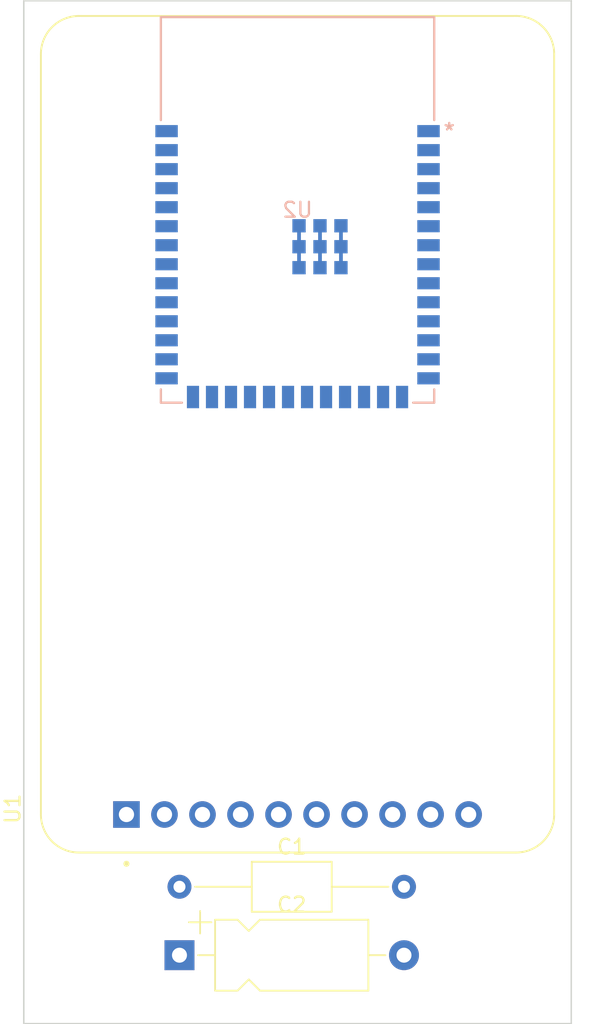
<source format=kicad_pcb>
(kicad_pcb (version 20221018) (generator pcbnew)
  (layers (0 "F.Cu" signal) (31 "B.Cu" signal) (34 "B.Paste" user) (35 "F.Paste" user) (36 "B.SilkS" user "B.Silkscreen") (37 "F.SilkS" user "F.Silkscreen") (38 "B.Mask" user) (39 "F.Mask" user) (44 "Edge.Cuts" user))
  (net 0 "")
  (net 1 "+3V3")
  (net 2 "GND")
  (net 3 "/TFT_MISO")
  (net 4 "/TFT_SCK")
  (net 5 "/TFT_MOSI")
  (net 6 "/TFT_CS")
  (net 7 "/SDC_CS")
  (net 8 "/TFT_D{slash}C")
  (net 9 "/TFT_RST")
  (footprint "Capacitor_THT:C_Axial_L5.1mm_D3.1mm_P15.00mm_Horizontal" (layer "F.Cu") (at 165.086 94.742)
    (fp_text reference "C1" (at 7.5 -2.67) (layer "F.SilkS"))
    (fp_text value "100nF")
    (fp_line (start 1.04 0) (end 4.83 0) (stroke (width 0.12)) (layer "F.SilkS"))
    (fp_line (start 4.83 -1.67) (end 4.83 1.67) (stroke (width 0.12)) (layer "F.SilkS"))
    (fp_line (start 4.83 1.67) (end 10.17 1.67) (stroke (width 0.12)) (layer "F.SilkS"))
    (fp_line (start 10.17 -1.67) (end 4.83 -1.67) (stroke (width 0.12)) (layer "F.SilkS"))
    (fp_line (start 10.17 1.67) (end 10.17 -1.67) (stroke (width 0.12)) (layer "F.SilkS"))
    (fp_line (start 13.96 0) (end 10.17 0) (stroke (width 0.12)) (layer "F.SilkS"))
    (pad "1" thru_hole circle (at 0 0) (size 1.6 1.6) (drill 0.8) (layers "*.Cu" "*.Mask") (net 1 "+3V3"))
    (pad "2" thru_hole oval (at 15 0) (size 1.6 1.6) (drill 0.8) (layers "*.Cu" "*.Mask") (net 2 "GND"))
  )
  (footprint "Capacitor_THT:CP_Axial_L10.0mm_D4.5mm_P15.00mm_Horizontal" (layer "F.Cu") (at 165.086 99.314)
    (fp_text reference "C2" (at 7.5 -3.37) (layer "F.SilkS"))
    (fp_text value "4.7uF")
    (fp_line (start 0.63 -2.2) (end 2.13 -2.2) (stroke (width 0.12)) (layer "F.SilkS"))
    (fp_line (start 1.24 0) (end 2.38 0) (stroke (width 0.12)) (layer "F.SilkS"))
    (fp_line (start 1.38 -2.95) (end 1.38 -1.45) (stroke (width 0.12)) (layer "F.SilkS"))
    (fp_line (start 2.38 -2.37) (end 2.38 2.37) (stroke (width 0.12)) (layer "F.SilkS"))
    (fp_line (start 2.38 -2.37) (end 3.88 -2.37) (stroke (width 0.12)) (layer "F.SilkS"))
    (fp_line (start 2.38 2.37) (end 3.88 2.37) (stroke (width 0.12)) (layer "F.SilkS"))
    (fp_line (start 3.88 -2.37) (end 4.63 -1.62) (stroke (width 0.12)) (layer "F.SilkS"))
    (fp_line (start 3.88 2.37) (end 4.63 1.62) (stroke (width 0.12)) (layer "F.SilkS"))
    (fp_line (start 4.63 -1.62) (end 5.38 -2.37) (stroke (width 0.12)) (layer "F.SilkS"))
    (fp_line (start 4.63 1.62) (end 5.38 2.37) (stroke (width 0.12)) (layer "F.SilkS"))
    (fp_line (start 5.38 -2.37) (end 12.62 -2.37) (stroke (width 0.12)) (layer "F.SilkS"))
    (fp_line (start 5.38 2.37) (end 12.62 2.37) (stroke (width 0.12)) (layer "F.SilkS"))
    (fp_line (start 12.62 -2.37) (end 12.62 2.37) (stroke (width 0.12)) (layer "F.SilkS"))
    (fp_line (start 13.76 0) (end 12.62 0) (stroke (width 0.12)) (layer "F.SilkS"))
    (pad "1" thru_hole rect (at 0 0) (size 2 2) (drill 1) (layers "*.Cu" "*.Mask") (net 1 "+3V3"))
    (pad "2" thru_hole oval (at 15 0) (size 2 2) (drill 1) (layers "*.Cu" "*.Mask") (net 2 "GND"))
  )
  (footprint "footprints:adafruit_st7735r" (layer "F.Cu") (at 172.974 64.516 90)
    (fp_text reference "U1" (at -25.015 -19.03 90) (layer "F.SilkS"))
    (fp_text value "Adafruit ST7735R")
    (fp_line (start -27.94 -14.605) (end -27.94 14.605) (stroke (width 0.127)) (layer "F.SilkS"))
    (fp_line (start -25.4 17.145) (end 25.4 17.145) (stroke (width 0.127)) (layer "F.SilkS"))
    (fp_line (start 25.4 -17.145) (end -25.4 -17.145) (stroke (width 0.127)) (layer "F.SilkS"))
    (fp_line (start 27.94 14.605) (end 27.94 -14.605) (stroke (width 0.127)) (layer "F.SilkS"))
    (fp_arc (start -27.94 -14.605) (mid -27.196051 -16.401051) (end -25.4 -17.145) (stroke (width 0.127)) (layer "F.SilkS"))
    (fp_arc (start -25.4 17.145) (mid -27.196051 16.401051) (end -27.94 14.605) (stroke (width 0.127)) (layer "F.SilkS"))
    (fp_arc (start 25.4 -17.145) (mid 27.196051 -16.401051) (end 27.94 -14.605) (stroke (width 0.127)) (layer "F.SilkS"))
    (fp_arc (start 27.94 14.605) (mid 27.196051 16.401051) (end 25.4 17.145) (stroke (width 0.127)) (layer "F.SilkS"))
    (fp_circle (center -28.69 -11.43) (end -28.59 -11.43) (stroke (width 0.2)) (fill none) (layer "F.SilkS"))
    (pad "" np_thru_hole circle (at -25.4 -14.605 90) (size 2.2 2.2) (drill 2.2) (layers "*.Cu" "*.Mask"))
    (pad "" np_thru_hole circle (at -25.4 14.605 90) (size 2.2 2.2) (drill 2.2) (layers "*.Cu" "*.Mask"))
    (pad "" np_thru_hole circle (at 25.4 -14.605 90) (size 2.2 2.2) (drill 2.2) (layers "*.Cu" "*.Mask"))
    (pad "" np_thru_hole circle (at 25.4 14.605 90) (size 2.2 2.2) (drill 2.2) (layers "*.Cu" "*.Mask"))
    (pad "1" thru_hole rect (at -25.4 -11.43 90) (size 1.778 1.778) (drill 1.016) (layers "*.Cu" "*.Mask") (net 1 "+3V3"))
    (pad "2" thru_hole circle (at -25.4 -8.89 90) (size 1.778 1.778) (drill 1.016) (layers "*.Cu" "*.Mask") (net 3 "/TFT_MISO"))
    (pad "3" thru_hole circle (at -25.4 -6.35 90) (size 1.778 1.778) (drill 1.016) (layers "*.Cu" "*.Mask") (net 4 "/TFT_SCK"))
    (pad "4" thru_hole circle (at -25.4 -3.81 90) (size 1.778 1.778) (drill 1.016) (layers "*.Cu" "*.Mask") (net 5 "/TFT_MOSI"))
    (pad "5" thru_hole circle (at -25.4 -1.27 90) (size 1.778 1.778) (drill 1.016) (layers "*.Cu" "*.Mask") (net 6 "/TFT_CS"))
    (pad "6" thru_hole circle (at -25.4 1.27 90) (size 1.778 1.778) (drill 1.016) (layers "*.Cu" "*.Mask") (net 7 "/SDC_CS"))
    (pad "7" thru_hole circle (at -25.4 3.81 90) (size 1.778 1.778) (drill 1.016) (layers "*.Cu" "*.Mask") (net 8 "/TFT_D{slash}C"))
    (pad "8" thru_hole circle (at -25.4 6.35 90) (size 1.778 1.778) (drill 1.016) (layers "*.Cu" "*.Mask") (net 9 "/TFT_RST"))
    (pad "9" thru_hole circle (at -25.4 8.89 90) (size 1.778 1.778) (drill 1.016) (layers "*.Cu" "*.Mask") (net 1 "+3V3"))
    (pad "10" thru_hole circle (at -25.4 11.43 90) (size 1.778 1.778) (drill 1.016) (layers "*.Cu" "*.Mask") (net 2 "GND"))
  )
  (footprint "footprints:ESP32-S3-WROOM-1_EXP" (layer "B.Cu") (at 172.974 49.53 180)
    (fp_text reference "U2" (at 0 0 unlocked) (layer "B.SilkS") (effects (justify mirror)))
    (fp_text value "ESP32-S3-WROOM-1-N8")
    (fp_text user "*" (at -10.1343 5.26) (layer "B.SilkS") (effects (justify mirror)))
    (fp_text user "*" (at -10.1343 5.26 unlocked) (layer "B.SilkS") (effects (justify mirror)))
    (fp_line (start -9.1313 -12.8778) (end -7.72414 -12.8778) (stroke (width 0.1524)) (layer "B.SilkS"))
    (fp_line (start -9.1313 -11.98914) (end -9.1313 -12.8778) (stroke (width 0.1524)) (layer "B.SilkS"))
    (fp_line (start -9.1313 12.8778) (end -9.1313 5.99914) (stroke (width 0.1524)) (layer "B.SilkS"))
    (fp_line (start 7.72414 -12.8778) (end 9.1313 -12.8778) (stroke (width 0.1524)) (layer "B.SilkS"))
    (fp_line (start 9.1313 -12.8778) (end 9.1313 -11.98914) (stroke (width 0.1524)) (layer "B.SilkS"))
    (fp_line (start 9.1313 5.99914) (end 9.1313 12.8778) (stroke (width 0.1524)) (layer "B.SilkS"))
    (fp_line (start 9.1313 12.8778) (end -9.1313 12.8778) (stroke (width 0.1524)) (layer "B.SilkS"))
    (pad "1" smd rect (at -8.75 5.26 180) (size 1.4986 0.8128) (layers "B.Cu" "B.Paste" "B.Mask") (net 2 "GND"))
    (pad "2" smd rect (at -8.75 3.99 180) (size 1.4986 0.8128) (layers "B.Cu" "B.Paste" "B.Mask") (net 1 "+3V3"))
    (pad "3" smd rect (at -8.75 2.72 180) (size 1.4986 0.8128) (layers "B.Cu" "B.Paste" "B.Mask"))
    (pad "4" smd rect (at -8.75 1.45 180) (size 1.4986 0.8128) (layers "B.Cu" "B.Paste" "B.Mask"))
    (pad "5" smd rect (at -8.75 0.18 180) (size 1.4986 0.8128) (layers "B.Cu" "B.Paste" "B.Mask"))
    (pad "6" smd rect (at -8.75 -1.09 180) (size 1.4986 0.8128) (layers "B.Cu" "B.Paste" "B.Mask"))
    (pad "7" smd rect (at -8.75 -2.36 180) (size 1.4986 0.8128) (layers "B.Cu" "B.Paste" "B.Mask"))
    (pad "8" smd rect (at -8.75 -3.63 180) (size 1.4986 0.8128) (layers "B.Cu" "B.Paste" "B.Mask"))
    (pad "9" smd rect (at -8.75 -4.9 180) (size 1.4986 0.8128) (layers "B.Cu" "B.Paste" "B.Mask"))
    (pad "10" smd rect (at -8.75 -6.17 180) (size 1.4986 0.8128) (layers "B.Cu" "B.Paste" "B.Mask"))
    (pad "11" smd rect (at -8.75 -7.44 180) (size 1.4986 0.8128) (layers "B.Cu" "B.Paste" "B.Mask"))
    (pad "12" smd rect (at -8.75 -8.71 180) (size 1.4986 0.8128) (layers "B.Cu" "B.Paste" "B.Mask"))
    (pad "13" smd rect (at -8.75 -9.98 180) (size 1.4986 0.8128) (layers "B.Cu" "B.Paste" "B.Mask"))
    (pad "14" smd rect (at -8.75 -11.25 180) (size 1.4986 0.8128) (layers "B.Cu" "B.Paste" "B.Mask"))
    (pad "15" smd rect (at -6.985 -12.5 90) (size 1.4986 0.8128) (layers "B.Cu" "B.Paste" "B.Mask"))
    (pad "16" smd rect (at -5.715 -12.5 90) (size 1.4986 0.8128) (layers "B.Cu" "B.Paste" "B.Mask"))
    (pad "17" smd rect (at -4.445 -12.5 90) (size 1.4986 0.8128) (layers "B.Cu" "B.Paste" "B.Mask"))
    (pad "18" smd rect (at -3.175 -12.5 90) (size 1.4986 0.8128) (layers "B.Cu" "B.Paste" "B.Mask"))
    (pad "19" smd rect (at -1.905 -12.5 90) (size 1.4986 0.8128) (layers "B.Cu" "B.Paste" "B.Mask"))
    (pad "20" smd rect (at -0.635 -12.5 90) (size 1.4986 0.8128) (layers "B.Cu" "B.Paste" "B.Mask"))
    (pad "21" smd rect (at 0.635 -12.5 90) (size 1.4986 0.8128) (layers "B.Cu" "B.Paste" "B.Mask"))
    (pad "22" smd rect (at 1.905 -12.5 90) (size 1.4986 0.8128) (layers "B.Cu" "B.Paste" "B.Mask"))
    (pad "23" smd rect (at 3.175 -12.5 90) (size 1.4986 0.8128) (layers "B.Cu" "B.Paste" "B.Mask"))
    (pad "24" smd rect (at 4.445 -12.5 90) (size 1.4986 0.8128) (layers "B.Cu" "B.Paste" "B.Mask"))
    (pad "25" smd rect (at 5.715 -12.5 90) (size 1.4986 0.8128) (layers "B.Cu" "B.Paste" "B.Mask"))
    (pad "26" smd rect (at 6.985 -12.5 90) (size 1.4986 0.8128) (layers "B.Cu" "B.Paste" "B.Mask"))
    (pad "27" smd rect (at 8.75 -11.25 180) (size 1.4986 0.8128) (layers "B.Cu" "B.Paste" "B.Mask"))
    (pad "28" smd rect (at 8.75 -9.98 180) (size 1.4986 0.8128) (layers "B.Cu" "B.Paste" "B.Mask") (net 5 "/TFT_MOSI"))
    (pad "29" smd rect (at 8.75 -8.71 180) (size 1.4986 0.8128) (layers "B.Cu" "B.Paste" "B.Mask") (net 4 "/TFT_SCK"))
    (pad "30" smd rect (at 8.75 -7.44 180) (size 1.4986 0.8128) (layers "B.Cu" "B.Paste" "B.Mask") (net 3 "/TFT_MISO"))
    (pad "31" smd rect (at 8.75 -6.17 180) (size 1.4986 0.8128) (layers "B.Cu" "B.Paste" "B.Mask"))
    (pad "32" smd rect (at 8.75 -4.9 180) (size 1.4986 0.8128) (layers "B.Cu" "B.Paste" "B.Mask"))
    (pad "33" smd rect (at 8.75 -3.63 180) (size 1.4986 0.8128) (layers "B.Cu" "B.Paste" "B.Mask"))
    (pad "34" smd rect (at 8.75 -2.36 180) (size 1.4986 0.8128) (layers "B.Cu" "B.Paste" "B.Mask") (net 9 "/TFT_RST"))
    (pad "35" smd rect (at 8.75 -1.09 180) (size 1.4986 0.8128) (layers "B.Cu" "B.Paste" "B.Mask") (net 6 "/TFT_CS"))
    (pad "36" smd rect (at 8.75 0.18 180) (size 1.4986 0.8128) (layers "B.Cu" "B.Paste" "B.Mask"))
    (pad "37" smd rect (at 8.75 1.45 180) (size 1.4986 0.8128) (layers "B.Cu" "B.Paste" "B.Mask"))
    (pad "38" smd rect (at 8.75 2.72 180) (size 1.4986 0.8128) (layers "B.Cu" "B.Paste" "B.Mask"))
    (pad "39" smd rect (at 8.75 3.99 180) (size 1.4986 0.8128) (layers "B.Cu" "B.Paste" "B.Mask"))
    (pad "40" smd rect (at 8.75 5.26 180) (size 1.4986 0.8128) (layers "B.Cu" "B.Paste" "B.Mask") (net 2 "GND"))
    (pad "41" smd rect (at -1.5 -2.46 180) (size 0.889 0.889) (layers "B.Cu" "B.Paste" "B.Mask") (net 2 "GND"))
    (pad "42" smd rect (at -2.9 -1.06 180) (size 0.889 0.889) (layers "B.Cu" "B.Paste" "B.Mask") (net 2 "GND"))
    (pad "43" smd rect (at -2.9 -2.46 180) (size 0.889 0.889) (layers "B.Cu" "B.Paste" "B.Mask") (net 2 "GND"))
    (pad "44" smd rect (at -2.9 -3.86 180) (size 0.889 0.889) (layers "B.Cu" "B.Paste" "B.Mask") (net 2 "GND"))
    (pad "45" smd rect (at -1.5 -3.86 180) (size 0.889 0.889) (layers "B.Cu" "B.Paste" "B.Mask") (net 2 "GND"))
    (pad "46" smd rect (at -0.1 -3.86 180) (size 0.889 0.889) (layers "B.Cu" "B.Paste" "B.Mask") (net 2 "GND"))
    (pad "47" smd rect (at -0.1 -2.46 180) (size 0.889 0.889) (layers "B.Cu" "B.Paste" "B.Mask") (net 2 "GND"))
    (pad "48" smd rect (at -0.1 -1.06 180) (size 0.889 0.889) (layers "B.Cu" "B.Paste" "B.Mask") (net 2 "GND"))
    (pad "49" smd rect (at -1.5 -1.06 180) (size 0.889 0.889) (layers "B.Cu" "B.Paste" "B.Mask") (net 2 "GND"))
  )
  (gr_rect (start 154.686 35.56) (end 191.262 103.886) (stroke (width 0.1)) (fill none) (layer "Edge.Cuts"))
  (segment (start 175.874 53.39) (end 175.874 50.59) (width 0.25) (layer "B.Cu") (net 2))
  (segment (start 174.474 53.39) (end 174.474 50.59) (width 0.25) (layer "B.Cu") (net 2))
  (segment (start 173.074 53.39) (end 173.074 50.59) (width 0.25) (layer "B.Cu") (net 2))
)
</source>
